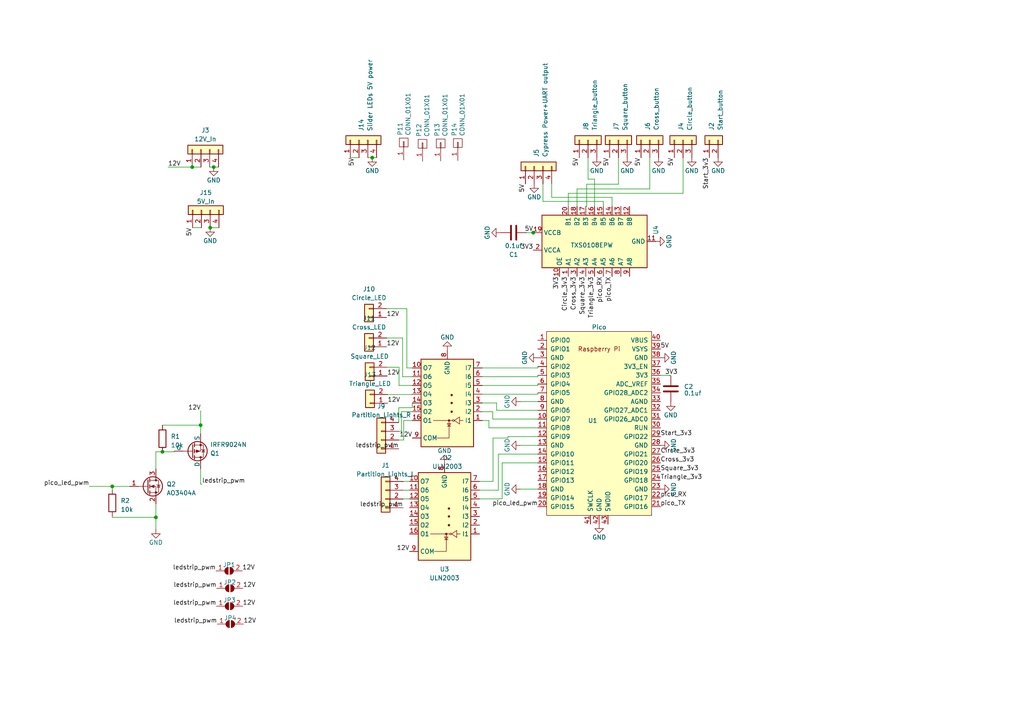
<source format=kicad_sch>
(kicad_sch (version 20230221) (generator eeschema)
  (paper "A4")
  (lib_symbols
    (symbol "4port-usb-hub-rescue:CONN_01X01" (pin_names (offset 1.016) hide)
      (property "Reference" "P" (at 0 2.54 0))
      (property "Value" "CONN_01X01" (at 2.54 0 90))
      (symbol "CONN_01X01_0_1"
        (rectangle (start -1.27 0.127) (end 0.254 -0.127))
        (rectangle (start -1.27 1.27) (end 1.27 -1.27))
      )
      (symbol "CONN_01X01_1_1"
        (pin passive line (at -5.08 0 0) (length 3.81) (name "P1") (number "1"))
      )
    )
    (symbol "4port-usb-hub-rescue:GND" (power) (pin_names (offset 0))
      (property "Value" "GND" (at 0 -3.81 0))
      (symbol "GND_0_1"
        (polyline (pts (xy 0 0) (xy 0 -1.27) (xy 1.27 -1.27) (xy 0 -2.54) (xy -1.27 -1.27) (xy 0 -1.27)))
      )
      (symbol "GND_1_1"
        (pin power_in line (at 0 0 270) (length 0) hide (name "GND") (number "1"))
      )
    )
    (symbol "Connector_Generic:Conn_01x02" (pin_names (offset 1.016) hide)
      (property "Reference" "J" (at 0 2.54 0))
      (property "Value" "Conn_01x02" (at 0 -5.08 0))
      (symbol "Conn_01x02_1_1"
        (rectangle (start -1.27 -2.413) (end 0 -2.667) (stroke (width 0.1524)))
        (rectangle (start -1.27 0.127) (end 0 -0.127) (stroke (width 0.1524)))
        (rectangle (start -1.27 1.27) (end 1.27 -3.81) (stroke (width 0.254)) (fill (type background)))
        (pin passive line (at -5.08 0 0) (length 3.81) (name "Pin_1") (number "1"))
        (pin passive line (at -5.08 -2.54 0) (length 3.81) (name "Pin_2") (number "2"))
      )
    )
    (symbol "Connector_Generic:Conn_01x03" (pin_names (offset 1.016) hide)
      (property "Reference" "J" (at 0 5.08 0))
      (property "Value" "Conn_01x03" (at 0 -5.08 0))
      (symbol "Conn_01x03_1_1"
        (rectangle (start -1.27 -2.413) (end 0 -2.667) (stroke (width 0.1524)))
        (rectangle (start -1.27 0.127) (end 0 -0.127) (stroke (width 0.1524)))
        (rectangle (start -1.27 2.667) (end 0 2.413) (stroke (width 0.1524)))
        (rectangle (start -1.27 3.81) (end 1.27 -3.81) (stroke (width 0.254)) (fill (type background)))
        (pin passive line (at -5.08 2.54 0) (length 3.81) (name "Pin_1") (number "1"))
        (pin passive line (at -5.08 0 0) (length 3.81) (name "Pin_2") (number "2"))
        (pin passive line (at -5.08 -2.54 0) (length 3.81) (name "Pin_3") (number "3"))
      )
    )
    (symbol "Connector_Generic:Conn_01x04" (pin_names (offset 1.016) hide)
      (property "Reference" "J" (at 0 5.08 0))
      (property "Value" "Conn_01x04" (at 0 -7.62 0))
      (symbol "Conn_01x04_1_1"
        (rectangle (start -1.27 -4.953) (end 0 -5.207) (stroke (width 0.1524)))
        (rectangle (start -1.27 -2.413) (end 0 -2.667) (stroke (width 0.1524)))
        (rectangle (start -1.27 0.127) (end 0 -0.127) (stroke (width 0.1524)))
        (rectangle (start -1.27 2.667) (end 0 2.413) (stroke (width 0.1524)))
        (rectangle (start -1.27 3.81) (end 1.27 -6.35) (stroke (width 0.254)) (fill (type background)))
        (pin passive line (at -5.08 2.54 0) (length 3.81) (name "Pin_1") (number "1"))
        (pin passive line (at -5.08 0 0) (length 3.81) (name "Pin_2") (number "2"))
        (pin passive line (at -5.08 -2.54 0) (length 3.81) (name "Pin_3") (number "3"))
        (pin passive line (at -5.08 -5.08 0) (length 3.81) (name "Pin_4") (number "4"))
      )
    )
    (symbol "Device:C" (pin_numbers hide) (pin_names (offset 0.254))
      (property "Reference" "C" (at 0.635 2.54 0))
      (property "Value" "C" (at 0.635 -2.54 0))
      (symbol "C_0_1"
        (polyline (pts (xy -2.032 -0.762) (xy 2.032 -0.762)) (stroke (width 0.508)))
        (polyline (pts (xy -2.032 0.762) (xy 2.032 0.762)) (stroke (width 0.508)))
      )
      (symbol "C_1_1"
        (pin passive line (at 0 3.81 270) (length 2.794) (name "~") (number "1"))
        (pin passive line (at 0 -3.81 90) (length 2.794) (name "~") (number "2"))
      )
    )
    (symbol "Device:R" (pin_numbers hide) (pin_names (offset 0))
      (property "Reference" "R" (at 2.032 0 90))
      (property "Value" "R" (at 0 0 90))
      (symbol "R_0_1"
        (rectangle (start -1.016 -2.54) (end 1.016 2.54) (stroke (width 0.254)))
      )
      (symbol "R_1_1"
        (pin passive line (at 0 3.81 270) (length 1.27) (name "~") (number "1"))
        (pin passive line (at 0 -3.81 90) (length 1.27) (name "~") (number "2"))
      )
    )
    (symbol "Jumper:SolderJumper_2_Open" (pin_names (offset 0) hide)
      (property "Reference" "JP" (at 0 2.032 0))
      (property "Value" "SolderJumper_2_Open" (at 0 -2.54 0))
      (symbol "SolderJumper_2_Open_0_1"
        (arc (start -0.254 1.016) (mid -1.2656 0) (end -0.254 -1.016))
        (arc (start -0.254 1.016) (mid -1.2656 0) (end -0.254 -1.016) (fill (type outline)))
        (polyline (pts (xy -0.254 1.016) (xy -0.254 -1.016)))
        (polyline (pts (xy 0.254 1.016) (xy 0.254 -1.016)))
        (arc (start 0.254 -1.016) (mid 1.2656 0) (end 0.254 1.016))
        (arc (start 0.254 -1.016) (mid 1.2656 0) (end 0.254 1.016) (fill (type outline)))
      )
      (symbol "SolderJumper_2_Open_1_1"
        (pin passive line (at -3.81 0 0) (length 2.54) (name "A") (number "1"))
        (pin passive line (at 3.81 0 180) (length 2.54) (name "B") (number "2"))
      )
    )
    (symbol "Logic_LevelTranslator:TXS0108EPW"
      (property "Reference" "U" (at -6.35 16.51 0))
      (property "Value" "TXS0108EPW" (at 3.81 16.51 0))
      (symbol "TXS0108EPW_0_1"
        (rectangle (start -7.62 15.24) (end 7.62 -15.24) (stroke (width 0.254)) (fill (type background)))
      )
      (symbol "TXS0108EPW_1_1"
        (pin bidirectional line (at -10.16 7.62 0) (length 2.54) (name "A1") (number "1"))
        (pin input line (at -10.16 10.16 0) (length 2.54) (name "OE") (number "10"))
        (pin power_in line (at 0 -17.78 90) (length 2.54) (name "GND") (number "11"))
        (pin bidirectional line (at 10.16 -10.16 180) (length 2.54) (name "B8") (number "12"))
        (pin bidirectional line (at 10.16 -7.62 180) (length 2.54) (name "B7") (number "13"))
        (pin bidirectional line (at 10.16 -5.08 180) (length 2.54) (name "B6") (number "14"))
        (pin bidirectional line (at 10.16 -2.54 180) (length 2.54) (name "B5") (number "15"))
        (pin bidirectional line (at 10.16 0 180) (length 2.54) (name "B4") (number "16"))
        (pin bidirectional line (at 10.16 2.54 180) (length 2.54) (name "B3") (number "17"))
        (pin bidirectional line (at 10.16 5.08 180) (length 2.54) (name "B2") (number "18"))
        (pin power_in line (at 2.54 17.78 270) (length 2.54) (name "VCCB") (number "19"))
        (pin power_in line (at -2.54 17.78 270) (length 2.54) (name "VCCA") (number "2"))
        (pin bidirectional line (at 10.16 7.62 180) (length 2.54) (name "B1") (number "20"))
        (pin bidirectional line (at -10.16 5.08 0) (length 2.54) (name "A2") (number "3"))
        (pin bidirectional line (at -10.16 2.54 0) (length 2.54) (name "A3") (number "4"))
        (pin bidirectional line (at -10.16 0 0) (length 2.54) (name "A4") (number "5"))
        (pin bidirectional line (at -10.16 -2.54 0) (length 2.54) (name "A5") (number "6"))
        (pin bidirectional line (at -10.16 -5.08 0) (length 2.54) (name "A6") (number "7"))
        (pin bidirectional line (at -10.16 -7.62 0) (length 2.54) (name "A7") (number "8"))
        (pin bidirectional line (at -10.16 -10.16 0) (length 2.54) (name "A8") (number "9"))
      )
    )
    (symbol "MCU_RaspberryPi_and_Boards:Pico" (pin_names (offset 1.016))
      (property "Reference" "U" (at -13.97 27.94 0))
      (property "Value" "Pico" (at 0 19.05 0))
      (symbol "Pico_0_0"
        (text "Raspberry Pi" (at 0 21.59 0) (effects (font (size 1.27 1.27))))
      )
      (symbol "Pico_0_1"
        (rectangle (start -15.24 26.67) (end 15.24 -26.67) (fill (type background)))
      )
      (symbol "Pico_1_1"
        (pin bidirectional line (at -17.78 24.13 0) (length 2.54) (name "GPIO0") (number "1"))
        (pin bidirectional line (at -17.78 1.27 0) (length 2.54) (name "GPIO7") (number "10"))
        (pin bidirectional line (at -17.78 -1.27 0) (length 2.54) (name "GPIO8") (number "11"))
        (pin bidirectional line (at -17.78 -3.81 0) (length 2.54) (name "GPIO9") (number "12"))
        (pin power_in line (at -17.78 -6.35 0) (length 2.54) (name "GND") (number "13"))
        (pin bidirectional line (at -17.78 -8.89 0) (length 2.54) (name "GPIO10") (number "14"))
        (pin bidirectional line (at -17.78 -11.43 0) (length 2.54) (name "GPIO11") (number "15"))
        (pin bidirectional line (at -17.78 -13.97 0) (length 2.54) (name "GPIO12") (number "16"))
        (pin bidirectional line (at -17.78 -16.51 0) (length 2.54) (name "GPIO13") (number "17"))
        (pin power_in line (at -17.78 -19.05 0) (length 2.54) (name "GND") (number "18"))
        (pin bidirectional line (at -17.78 -21.59 0) (length 2.54) (name "GPIO14") (number "19"))
        (pin bidirectional line (at -17.78 21.59 0) (length 2.54) (name "GPIO1") (number "2"))
        (pin bidirectional line (at -17.78 -24.13 0) (length 2.54) (name "GPIO15") (number "20"))
        (pin bidirectional line (at 17.78 -24.13 180) (length 2.54) (name "GPIO16") (number "21"))
        (pin bidirectional line (at 17.78 -21.59 180) (length 2.54) (name "GPIO17") (number "22"))
        (pin power_in line (at 17.78 -19.05 180) (length 2.54) (name "GND") (number "23"))
        (pin bidirectional line (at 17.78 -16.51 180) (length 2.54) (name "GPIO18") (number "24"))
        (pin bidirectional line (at 17.78 -13.97 180) (length 2.54) (name "GPIO19") (number "25"))
        (pin bidirectional line (at 17.78 -11.43 180) (length 2.54) (name "GPIO20") (number "26"))
        (pin bidirectional line (at 17.78 -8.89 180) (length 2.54) (name "GPIO21") (number "27"))
        (pin power_in line (at 17.78 -6.35 180) (length 2.54) (name "GND") (number "28"))
        (pin bidirectional line (at 17.78 -3.81 180) (length 2.54) (name "GPIO22") (number "29"))
        (pin power_in line (at -17.78 19.05 0) (length 2.54) (name "GND") (number "3"))
        (pin input line (at 17.78 -1.27 180) (length 2.54) (name "RUN") (number "30"))
        (pin bidirectional line (at 17.78 1.27 180) (length 2.54) (name "GPIO26_ADC0") (number "31"))
        (pin bidirectional line (at 17.78 3.81 180) (length 2.54) (name "GPIO27_ADC1") (number "32"))
        (pin power_in line (at 17.78 6.35 180) (length 2.54) (name "AGND") (number "33"))
        (pin bidirectional line (at 17.78 8.89 180) (length 2.54) (name "GPIO28_ADC2") (number "34"))
        (pin unspecified line (at 17.78 11.43 180) (length 2.54) (name "ADC_VREF") (number "35"))
        (pin unspecified line (at 17.78 13.97 180) (length 2.54) (name "3V3") (number "36"))
        (pin input line (at 17.78 16.51 180) (length 2.54) (name "3V3_EN") (number "37"))
        (pin bidirectional line (at 17.78 19.05 180) (length 2.54) (name "GND") (number "38"))
        (pin unspecified line (at 17.78 21.59 180) (length 2.54) (name "VSYS") (number "39"))
        (pin bidirectional line (at -17.78 16.51 0) (length 2.54) (name "GPIO2") (number "4"))
        (pin unspecified line (at 17.78 24.13 180) (length 2.54) (name "VBUS") (number "40"))
        (pin input line (at -2.54 -29.21 90) (length 2.54) (name "SWCLK") (number "41"))
        (pin power_in line (at 0 -29.21 90) (length 2.54) (name "GND") (number "42"))
        (pin bidirectional line (at 2.54 -29.21 90) (length 2.54) (name "SWDIO") (number "43"))
        (pin bidirectional line (at -17.78 13.97 0) (length 2.54) (name "GPIO3") (number "5"))
        (pin bidirectional line (at -17.78 11.43 0) (length 2.54) (name "GPIO4") (number "6"))
        (pin bidirectional line (at -17.78 8.89 0) (length 2.54) (name "GPIO5") (number "7"))
        (pin power_in line (at -17.78 6.35 0) (length 2.54) (name "GND") (number "8"))
        (pin bidirectional line (at -17.78 3.81 0) (length 2.54) (name "GPIO6") (number "9"))
      )
    )
    (symbol "Simulation_SPICE:PMOS" (pin_numbers hide) (pin_names (offset 0))
      (property "Reference" "Q1" (at 5.3086 0.635 0))
      (property "Value" "IRFR9024N" (at 5.3086 -1.905 0))
      (symbol "PMOS_0_1"
        (polyline (pts (xy 0.254 0) (xy -2.54 0)))
        (polyline (pts (xy 0.254 1.905) (xy 0.254 -1.905)) (stroke (width 0.254)))
        (polyline (pts (xy 0.762 -1.27) (xy 0.762 -2.286)) (stroke (width 0.254)))
        (polyline (pts (xy 0.762 0.508) (xy 0.762 -0.508)) (stroke (width 0.254)))
        (polyline (pts (xy 0.762 2.286) (xy 0.762 1.27)) (stroke (width 0.254)))
        (polyline (pts (xy 2.54 2.54) (xy 2.54 1.778)))
        (polyline (pts (xy 2.54 -2.54) (xy 2.54 0) (xy 0.762 0)))
        (polyline (pts (xy 0.762 1.778) (xy 3.302 1.778) (xy 3.302 -1.778) (xy 0.762 -1.778)))
        (polyline (pts (xy 2.286 0) (xy 1.27 0.381) (xy 1.27 -0.381) (xy 2.286 0)) (fill (type outline)))
        (polyline (pts (xy 2.794 -0.508) (xy 2.921 -0.381) (xy 3.683 -0.381) (xy 3.81 -0.254)))
        (polyline (pts (xy 3.302 -0.381) (xy 2.921 0.254) (xy 3.683 0.254) (xy 3.302 -0.381)))
        (circle (center 1.651 0) (radius 2.794) (stroke (width 0.254)))
        (circle (center 2.54 -1.778) (radius 0.254) (fill (type outline)))
        (circle (center 2.54 1.778) (radius 0.254) (fill (type outline)))
      )
      (symbol "PMOS_1_1"
        (pin input line (at -5.08 0 0) (length 2.54) (name "G") (number "1"))
        (pin passive line (at 2.54 5.08 270) (length 2.54) (name "D") (number "2"))
        (pin passive line (at 2.54 -5.08 90) (length 2.54) (name "S") (number "3"))
      )
    )
    (symbol "Transistor_Array:ULN2003"
      (property "Reference" "U" (at 0 15.875 0))
      (property "Value" "ULN2003" (at 0 13.97 0))
      (symbol "ULN2003_0_1"
        (rectangle (start -7.62 -12.7) (end 7.62 12.7) (stroke (width 0.254)) (fill (type background)))
        (circle (center -1.778 5.08) (radius 0.254))
        (circle (center -1.27 -2.286) (radius 0.254) (fill (type outline)))
        (circle (center -1.27 0) (radius 0.254) (fill (type outline)))
        (circle (center -1.27 2.54) (radius 0.254) (fill (type outline)))
        (circle (center -0.508 5.08) (radius 0.254) (fill (type outline)))
        (polyline (pts (xy -4.572 5.08) (xy -3.556 5.08)))
        (polyline (pts (xy -1.524 5.08) (xy 4.064 5.08)))
        (polyline (pts (xy 0 6.731) (xy -1.016 6.731)))
        (polyline (pts (xy -0.508 5.08) (xy -0.508 10.16) (xy 2.921 10.16)))
        (polyline (pts (xy -3.556 6.096) (xy -3.556 4.064) (xy -2.032 5.08) (xy -3.556 6.096)))
        (polyline (pts (xy 0 5.969) (xy -1.016 5.969) (xy -0.508 6.731) (xy 0 5.969)))
      )
      (symbol "ULN2003_1_1"
        (pin input line (at -10.16 5.08 0) (length 2.54) (name "I1") (number "1"))
        (pin open_collector line (at 10.16 -10.16 180) (length 2.54) (name "O7") (number "10"))
        (pin open_collector line (at 10.16 -7.62 180) (length 2.54) (name "O6") (number "11"))
        (pin open_collector line (at 10.16 -5.08 180) (length 2.54) (name "O5") (number "12"))
        (pin open_collector line (at 10.16 -2.54 180) (length 2.54) (name "O4") (number "13"))
        (pin open_collector line (at 10.16 0 180) (length 2.54) (name "O3") (number "14"))
        (pin open_collector line (at 10.16 2.54 180) (length 2.54) (name "O2") (number "15"))
        (pin open_collector line (at 10.16 5.08 180) (length 2.54) (name "O1") (number "16"))
        (pin input line (at -10.16 2.54 0) (length 2.54) (name "I2") (number "2"))
        (pin input line (at -10.16 0 0) (length 2.54) (name "I3") (number "3"))
        (pin input line (at -10.16 -2.54 0) (length 2.54) (name "I4") (number "4"))
        (pin input line (at -10.16 -5.08 0) (length 2.54) (name "I5") (number "5"))
        (pin input line (at -10.16 -7.62 0) (length 2.54) (name "I6") (number "6"))
        (pin input line (at -10.16 -10.16 0) (length 2.54) (name "I7") (number "7"))
        (pin power_in line (at 0 -15.24 90) (length 2.54) (name "GND") (number "8"))
        (pin passive line (at 10.16 10.16 180) (length 2.54) (name "COM") (number "9"))
      )
    )
    (symbol "Transistor_FET:AO3400A" (pin_names hide)
      (property "Reference" "Q" (at 5.08 1.905 0))
      (property "Value" "AO3400A" (at 5.08 0 0))
      (symbol "AO3400A_0_1"
        (polyline (pts (xy 0.254 0) (xy -2.54 0)))
        (polyline (pts (xy 0.254 1.905) (xy 0.254 -1.905)) (stroke (width 0.254)))
        (polyline (pts (xy 0.762 -1.27) (xy 0.762 -2.286)) (stroke (width 0.254)))
        (polyline (pts (xy 0.762 0.508) (xy 0.762 -0.508)) (stroke (width 0.254)))
        (polyline (pts (xy 0.762 2.286) (xy 0.762 1.27)) (stroke (width 0.254)))
        (polyline (pts (xy 2.54 2.54) (xy 2.54 1.778)))
        (polyline (pts (xy 2.54 -2.54) (xy 2.54 0) (xy 0.762 0)))
        (polyline (pts (xy 0.762 -1.778) (xy 3.302 -1.778) (xy 3.302 1.778) (xy 0.762 1.778)))
        (polyline (pts (xy 1.016 0) (xy 2.032 0.381) (xy 2.032 -0.381) (xy 1.016 0)) (fill (type outline)))
        (polyline (pts (xy 2.794 0.508) (xy 2.921 0.381) (xy 3.683 0.381) (xy 3.81 0.254)))
        (polyline (pts (xy 3.302 0.381) (xy 2.921 -0.254) (xy 3.683 -0.254) (xy 3.302 0.381)))
        (circle (center 1.651 0) (radius 2.794) (stroke (width 0.254)))
        (circle (center 2.54 -1.778) (radius 0.254) (fill (type outline)))
        (circle (center 2.54 1.778) (radius 0.254) (fill (type outline)))
      )
      (symbol "AO3400A_1_1"
        (pin input line (at -5.08 0 0) (length 2.54) (name "G") (number "1"))
        (pin passive line (at 2.54 -5.08 90) (length 2.54) (name "S") (number "2"))
        (pin passive line (at 2.54 5.08 270) (length 2.54) (name "D") (number "3"))
      )
    )
  )
  (junction (at 154.6606 67.4878))
  (junction (at 58.1914 123.3104))
  (junction (at 55.753 48.4632))
  (junction (at 47.117 131.0386))
  (junction (at 61.9858 48.4632))
  (junction (at 32.5628 141.0716))
  (junction (at 45.212 150.0475))
  (junction (at 60.96 66.04))
  (junction (at 107.9595 45.72))
  (wire (pts (xy 167.3606 54.7965) (xy 188.468 54.7965)))
  (wire (pts (xy 58.1914 123.3104) (xy 47.117 123.3104)))
  (wire (pts (xy 143.7574 142.1638) (xy 139.0904 142.1638)))
  (wire (pts (xy 143.7574 142.1892) (xy 144.5287 142.1892)))
  (wire (pts (xy 154.6606 67.4878) (xy 154.6606 67.3608)))
  (wire (pts (xy 142.9954 127.0526) (xy 147.32 127.0526)))
  (wire (pts (xy 47.117 123.3104) (xy 47.117 123.4186)))
  (wire (pts (xy 47.117 131.0386) (xy 50.5714 131.0386)))
  (wire (pts (xy 25.908 141.0716) (xy 32.5628 141.0716)))
  (wire (pts (xy 58.1914 140.4254) (xy 58.5717 140.4254)))
  (wire (pts (xy 58.1914 123.3104) (xy 58.1914 119.2276)))
  (wire (pts (xy 139.8975 111.7997) (xy 156.0059 111.7997)))
  (wire (pts (xy 139.8975 114.3397) (xy 156.0059 114.3397)))
  (wire (pts (xy 142.9954 139.6238) (xy 142.9954 127.0526)))
  (wire (pts (xy 118.7704 139.6238) (xy 116.9162 139.6238)))
  (wire (pts (xy 115.7382 111.7997) (xy 119.5775 111.7997)))
  (wire (pts (xy 58.1914 135.9408) (xy 58.1914 140.4254)))
  (wire (pts (xy 194.31 108.966) (xy 194.31 108.8501)))
  (wire (pts (xy 101.6 45.72) (xy 104.14 45.72)))
  (wire (pts (xy 144.5287 142.1892) (xy 144.5287 131.7101)))
  (wire (pts (xy 116.9162 144.7038) (xy 116.9162 144.7292)))
  (wire (pts (xy 167.3606 59.8678) (xy 167.3606 54.7965)))
  (wire (pts (xy 139.0904 139.6238) (xy 142.9954 139.6238)))
  (wire (pts (xy 106.68 45.72) (xy 107.9595 45.72)))
  (wire (pts (xy 160.02 57.2445) (xy 177.5206 57.2445)))
  (wire (pts (xy 115.6659 127.6239) (xy 117.0917 127.6239)))
  (wire (pts (xy 156.0059 109.2597) (xy 156.0059 108.8501)))
  (wire (pts (xy 157.48 58.42) (xy 174.9806 58.42)))
  (wire (pts (xy 170.1675 59.8678) (xy 170.1675 53.4255)))
  (wire (pts (xy 156.0059 114.3397) (xy 156.0059 113.9301)))
  (wire (pts (xy 32.5628 141.0716) (xy 37.592 141.0716)))
  (wire (pts (xy 139.8975 106.7197) (xy 156.0059 106.7197)))
  (wire (pts (xy 139.8975 116.8797) (xy 144.0356 116.8797)))
  (wire (pts (xy 112.2877 106.5165) (xy 115.7382 106.5165)))
  (wire (pts (xy 141.8027 124.0901) (xy 156.0059 124.0901)))
  (wire (pts (xy 169.9006 59.8678) (xy 170.1675 59.8678)))
  (wire (pts (xy 144.7734 144.653) (xy 145.6452 144.653)))
  (wire (pts (xy 45.212 131.0386) (xy 45.212 135.9916)))
  (wire (pts (xy 145.6452 134.2501) (xy 156.0059 134.2501)))
  (wire (pts (xy 152.781 67.4878) (xy 154.6606 67.4878)))
  (wire (pts (xy 139.8975 109.2597) (xy 156.0059 109.2597)))
  (wire (pts (xy 119.5775 114.4159) (xy 119.5775 114.3397)))
  (wire (pts (xy 172.4406 59.8678) (xy 172.4406 51.9565)))
  (wire (pts (xy 112.1099 89.5239) (xy 118.0027 89.5239)))
  (wire (pts (xy 48.741 48.4632) (xy 55.753 48.4632)))
  (wire (pts (xy 118.7704 142.1892) (xy 118.7704 142.1638)))
  (wire (pts (xy 143.7574 142.1892) (xy 143.7574 142.1638)))
  (wire (pts (xy 164.8206 59.8678) (xy 164.8206 56.0696)))
  (wire (pts (xy 144.5287 131.7101) (xy 156.0059 131.7101)))
  (wire (pts (xy 194.31 108.966) (xy 194.564 108.966)))
  (wire (pts (xy 139.8975 119.4197) (xy 142.9191 119.4197)))
  (wire (pts (xy 156.0059 111.7997) (xy 156.0059 111.3901)))
  (wire (pts (xy 112.1099 98.0329) (xy 116.7769 98.0329)))
  (wire (pts (xy 116.7769 98.0329) (xy 116.7769 109.2597)))
  (wire (pts (xy 179.3748 53.4255) (xy 179.3748 45.72)))
  (wire (pts (xy 170.1675 53.4255) (xy 179.3748 53.4255)))
  (wire (pts (xy 141.8027 121.9597) (xy 141.8027 124.0901)))
  (wire (pts (xy 139.8975 121.9597) (xy 141.8027 121.9597)))
  (wire (pts (xy 144.0356 119.0101) (xy 156.0059 119.0101)))
  (wire (pts (xy 32.5628 142.0622) (xy 32.5628 141.0716)))
  (wire (pts (xy 116.9162 139.6238) (xy 116.9162 139.6492)))
  (wire (pts (xy 117.0917 127.6239) (xy 117.0917 121.9597)))
  (wire (pts (xy 144.7734 144.653) (xy 144.7734 144.7038)))
  (wire (pts (xy 144.7734 144.7038) (xy 139.0904 144.7038)))
  (wire (pts (xy 142.9191 119.4197) (xy 142.9191 121.5501)))
  (wire (pts (xy 50.5714 131.0386) (xy 50.5714 130.8608)))
  (wire (pts (xy 177.5206 59.8678) (xy 177.5206 57.2445)))
  (wire (pts (xy 112.3893 114.4159) (xy 119.5775 114.4159)))
  (wire (pts (xy 167.9955 45.72) (xy 168.021 45.72)))
  (wire (pts (xy 156.0059 141.8701) (xy 150.9259 141.8701)))
  (wire (pts (xy 55.753 48.4632) (xy 58.293 48.4632)))
  (wire (pts (xy 147.32 126.6301) (xy 147.32 127.0526)))
  (wire (pts (xy 116.4307 125.0839) (xy 116.4307 119.4197)))
  (wire (pts (xy 45.212 150.0475) (xy 32.5628 150.0475)))
  (wire (pts (xy 194.31 108.8501) (xy 191.5659 108.8501)))
  (wire (pts (xy 186.0011 45.72) (xy 185.928 45.72)))
  (wire (pts (xy 115.6659 125.0839) (xy 116.4307 125.0839)))
  (wire (pts (xy 55.88 66.04) (xy 58.42 66.04)))
  (wire (pts (xy 117.0917 121.9597) (xy 119.5775 121.9597)))
  (wire (pts (xy 118.0027 89.5239) (xy 118.0027 106.7197)))
  (wire (pts (xy 164.8206 56.0696) (xy 198.12 56.0696)))
  (wire (pts (xy 45.212 131.0386) (xy 47.117 131.0386)))
  (wire (pts (xy 172.4406 51.9565) (xy 170.561 51.9565)))
  (wire (pts (xy 32.5628 150.0475) (xy 32.5628 149.6822)))
  (wire (pts (xy 116.7769 109.2597) (xy 119.5775 109.2597)))
  (wire (pts (xy 116.4307 119.4197) (xy 119.5775 119.4197)))
  (wire (pts (xy 107.9595 45.72) (xy 109.22 45.72)))
  (wire (pts (xy 58.1914 125.7808) (xy 58.1914 123.3104)))
  (wire (pts (xy 115.7382 106.5165) (xy 115.7382 111.7997)))
  (wire (pts (xy 60.833 48.4632) (xy 61.9858 48.4632)))
  (wire (pts (xy 188.468 54.7965) (xy 188.468 45.72)))
  (wire (pts (xy 156.0059 129.1701) (xy 150.9259 129.1701)))
  (wire (pts (xy 156.0059 116.4701) (xy 150.9259 116.4701)))
  (wire (pts (xy 145.6452 144.653) (xy 145.6452 134.2501)))
  (wire (pts (xy 116.9162 142.1892) (xy 118.7704 142.1892)))
  (wire (pts (xy 170.561 51.9565) (xy 170.561 45.72)))
  (wire (pts (xy 112.2877 109.0683) (xy 112.2877 109.0565)))
  (wire (pts (xy 142.9191 121.5501) (xy 156.0059 121.5501)))
  (wire (pts (xy 60.96 66.04) (xy 63.5 66.04)))
  (wire (pts (xy 118.7704 144.7038) (xy 116.9162 144.7038)))
  (wire (pts (xy 156.0059 126.6301) (xy 147.32 126.6301)))
  (wire (pts (xy 118.0027 106.7197) (xy 119.5775 106.7197)))
  (wire (pts (xy 115.6659 118.2624) (xy 115.6659 122.5439)))
  (wire (pts (xy 198.12 56.0696) (xy 198.12 45.72)))
  (wire (pts (xy 156.0059 106.7197) (xy 156.0059 106.3101)))
  (wire (pts (xy 144.0356 116.8797) (xy 144.0356 119.0101)))
  (wire (pts (xy 45.212 146.1516) (xy 45.212 150.0475)))
  (wire (pts (xy 61.9858 48.4632) (xy 63.373 48.4632)))
  (wire (pts (xy 160.02 57.2445) (xy 160.02 53.34)))
  (wire (pts (xy 174.9806 59.8678) (xy 174.9806 58.42)))
  (wire (pts (xy 45.212 153.5455) (xy 45.2077 153.5455)))
  (wire (pts (xy 58.1914 119.2276) (xy 58.2676 119.2276)))
  (wire (pts (xy 45.212 150.0475) (xy 45.212 153.5455)))
  (wire (pts (xy 157.48 53.34) (xy 157.48 58.42)))
  (wire (pts (xy 115.6659 118.2624) (xy 119.5775 118.2624)))
  (wire (pts (xy 119.5775 118.2624) (xy 119.5775 116.8797)))
  (label "Triangle_3v3" (at 191.5659 139.3301 0))
  (label "Start_3v3" (at 205.74 45.72 270))
  (label "12V" (at 70.2564 165.5826 0))
  (label "12V" (at 48.741 48.4632 0))
  (label "pico_led_pwm" (at 156.0059 146.9501 180))
  (label "5V" (at 176.8348 45.72 270))
  (label "pico_led_pwm" (at 25.908 141.0716 180))
  (label "12V" (at 70.612 181.0004 0))
  (label "12V" (at 112.2877 109.0683 0))
  (label "5V" (at 186.0011 45.72 270))
  (label "3V3" (at 154.6606 72.5678 180))
  (label "ledstrip_pwm" (at 62.6364 165.5826 180))
  (label "5V" (at 154.6606 67.3608 180))
  (label "5V" (at 152.4 53.34 270))
  (label "Circle_3v3" (at 164.8206 80.1878 270))
  (label "Triangle_3v3" (at 172.4406 80.1878 270))
  (label "5V" (at 102.9937 45.72 270))
  (label "Square_3v3" (at 169.9006 80.1878 270))
  (label "Cross_3v3" (at 191.5659 134.2501 0))
  (label "ledstrip_pwm" (at 62.992 181.0004 180))
  (label "12V" (at 119.5775 127.0397 180))
  (label "pico_TX" (at 177.5206 80.1878 270))
  (label "12V" (at 58.2676 119.2276 180))
  (label "3V3" (at 162.2806 80.1878 270))
  (label "5V" (at 191.5659 101.2301 0))
  (label "12V" (at 112.1099 100.5729 0))
  (label "12V" (at 70.4596 170.6372 0))
  (label "ledstrip_pwm" (at 116.9162 147.2692 180))
  (label "pico_TX" (at 191.5659 146.9501 0))
  (label "pico_RX" (at 174.9806 80.1878 270))
  (label "12V" (at 112.1099 92.0639 0))
  (label "Circle_3v3" (at 191.5659 131.7101 0))
  (label "5V" (at 55.88 66.04 270))
  (label "ledstrip_pwm" (at 115.6659 130.1639 180))
  (label "12V" (at 112.3893 116.9559 0))
  (label "ledstrip_pwm" (at 62.8396 170.6372 180))
  (label "Square_3v3" (at 191.5659 136.7901 0))
  (label "12V" (at 70.3834 175.8188 0))
  (label "5V" (at 195.58 45.72 270))
  (label "Cross_3v3" (at 167.3606 80.1878 270))
  (label "12V" (at 118.7704 159.9438 180))
  (label "ledstrip_pwm" (at 62.7634 175.8188 180))
  (label "3V3" (at 192.8578 108.8501 0))
  (label "ledstrip_pwm" (at 58.5717 140.4254 0))
  (label "pico_RX" (at 191.5659 144.4101 0))
  (label "5V" (at 167.9955 45.72 270))
  (label "Start_3v3" (at 191.5659 126.6301 0))
  (symbol (lib_id "Jumper:SolderJumper_2_Open") (at 66.4464 165.5826 0) (unit 1)
    (property "Reference" "JP1" (at 66.4464 163.83 0))
    (property "Value" "SolderJumper_2_Open" (effects hide))
    (property "Footprint" "Jumper:SolderJumper-2_P1.3mm_Open_RoundedPad1.0x1.5mm" (effects hide))
  )
  (symbol (lib_id "4port-usb-hub-rescue:GND") (at 181.9148 45.72 0) (unit 1)
    (property "Reference" "#PWR0106" (effects hide))
    (property "Value" "GND" (at 181.9148 49.53 0))
  )
  (symbol (lib_id "4port-usb-hub-rescue:GND") (at 107.9595 45.72 0) (unit 1)
    (property "Reference" "#PWR0116" (effects hide))
    (property "Value" "GND" (at 107.9595 49.53 0))
  )
  (symbol (lib_id "4port-usb-hub-rescue:GND") (at 150.9259 129.1701 270) (unit 1)
    (property "Reference" "#PWR0119" (effects hide))
    (property "Value" "GND" (at 147.1159 129.1701 0))
  )
  (symbol (lib_id "4port-usb-hub-rescue:GND") (at 191.008 45.72 0) (unit 1)
    (property "Reference" "#PWR0105" (effects hide))
    (property "Value" "GND" (at 191.008 49.53 0))
  )
  (symbol (lib_id "Connector_Generic:Conn_01x04") (at 58.293 43.3832 90) (unit 1)
    (property "Reference" "J3" (at 59.563 37.7952 90))
    (property "Value" "12V_In" (at 59.563 40.3352 90))
    (property "Footprint" "Connector_JST:JST_XH_B4B-XH-A_1x04_P2.50mm_Vertical" (effects hide))
  )
  (symbol (lib_id "Connector_Generic:Conn_01x02") (at 107.0299 92.0639 180) (unit 1)
    (property "Reference" "J10" (at 107.0299 83.8343 0))
    (property "Value" "Circle_LED" (at 107.0299 86.3743 0))
    (property "Footprint" "Connector_JST:JST_XH_B2B-XH-A_1x02_P2.50mm_Vertical" (effects hide))
  )
  (symbol (lib_id "4port-usb-hub-rescue:GND") (at 128.9304 134.5438 180) (unit 1)
    (property "Reference" "#PWR0122" (effects hide))
    (property "Value" "GND" (at 128.9304 130.7338 0))
  )
  (symbol (lib_id "Jumper:SolderJumper_2_Open") (at 66.802 181.0004 0) (unit 1)
    (property "Reference" "JP4" (at 66.802 179.2478 0))
    (property "Value" "SolderJumper_2_Open" (effects hide))
    (property "Footprint" "Jumper:SolderJumper-2_P1.3mm_Open_RoundedPad1.0x1.5mm" (effects hide))
  )
  (symbol (lib_id "4port-usb-hub-rescue:GND") (at 60.96 66.04 0) (unit 1)
    (property "Reference" "#PWR01" (effects hide))
    (property "Value" "GND" (at 60.96 69.85 0))
  )
  (symbol (lib_id "4port-usb-hub-rescue:GND") (at 208.28 45.72 0) (unit 1)
    (property "Reference" "#PWR0111" (effects hide))
    (property "Value" "GND" (at 208.28 49.53 0))
  )
  (symbol (lib_id "Device:R") (at 32.5628 145.8722 0) (unit 1)
    (property "Reference" "R2" (at 34.9758 145.2372 0) (effects (justify left)))
    (property "Value" "10k" (at 34.9758 147.7772 0) (effects (justify left)))
    (property "Footprint" "Resistor_SMD:R_1206_3216Metric" (effects hide))
  )
  (symbol (lib_id "4port-usb-hub-rescue:GND") (at 194.564 116.586 0) (unit 1)
    (property "Reference" "#PWR0123" (effects hide))
    (property "Value" "GND" (at 194.564 120.396 0))
  )
  (symbol (lib_id "Connector_Generic:Conn_01x03") (at 179.3748 40.64 90) (unit 1)
    (property "Reference" "J7" (at 178.7398 37.8968 0) (effects (justify left)))
    (property "Value" "Square_button" (at 181.2798 37.8968 0) (effects (justify left)))
    (property "Footprint" "Connector_JST:JST_XH_B3B-XH-A_1x03_P2.50mm_Vertical" (effects hide))
  )
  (symbol (lib_id "4port-usb-hub-rescue:CONN_01X01") (at 132.7912 41.5036 90) (unit 1)
    (property "Reference" "P14" (at 131.7498 39.5224 0) (effects (justify left)))
    (property "Value" "CONN_01X01" (at 134.0612 39.5224 0) (effects (justify left)))
    (property "Footprint" "MountingHole:MountingHole_3.2mm_M3_Pad" (effects hide))
  )
  (symbol (lib_id "Connector_Generic:Conn_01x03") (at 198.12 40.64 90) (unit 1)
    (property "Reference" "J4" (at 197.485 37.8968 0) (effects (justify left)))
    (property "Value" "Circle_button" (at 200.025 37.8968 0) (effects (justify left)))
    (property "Footprint" "Connector_JST:JST_XH_B3B-XH-A_1x03_P2.50mm_Vertical" (effects hide))
  )
  (symbol (lib_id "4port-usb-hub-rescue:GND") (at 45.2077 153.5455 0) (unit 1)
    (property "Reference" "#PWR02" (effects hide))
    (property "Value" "GND" (at 45.2077 157.3555 0))
  )
  (symbol (lib_id "Jumper:SolderJumper_2_Open") (at 66.5734 175.8188 0) (unit 1)
    (property "Reference" "JP3" (at 66.5734 174.0662 0))
    (property "Value" "SolderJumper_2_Open" (effects hide))
    (property "Footprint" "Jumper:SolderJumper-2_P1.3mm_Open_RoundedPad1.0x1.5mm" (effects hide))
  )
  (symbol (lib_id "4port-usb-hub-rescue:GND") (at 173.101 45.72 0) (unit 1)
    (property "Reference" "#PWR0107" (effects hide))
    (property "Value" "GND" (at 173.101 49.53 0))
  )
  (symbol (lib_id "4port-usb-hub-rescue:CONN_01X01") (at 122.555 41.7068 90) (unit 1)
    (property "Reference" "P12" (at 121.5136 39.7256 0) (effects (justify left)))
    (property "Value" "CONN_01X01" (at 123.825 39.7256 0) (effects (justify left)))
    (property "Footprint" "MountingHole:MountingHole_3.2mm_M3_Pad" (effects hide))
  )
  (symbol (lib_id "Connector_Generic:Conn_01x03") (at 188.468 40.64 90) (unit 1)
    (property "Reference" "J6" (at 187.833 37.8206 0) (effects (justify left)))
    (property "Value" "Cross_button" (at 190.373 37.8206 0) (effects (justify left)))
    (property "Footprint" "Connector_JST:JST_XH_B3B-XH-A_1x03_P2.50mm_Vertical" (effects hide))
  )
  (symbol (lib_id "4port-usb-hub-rescue:GND") (at 150.9259 141.8701 270) (unit 1)
    (property "Reference" "#PWR0118" (effects hide))
    (property "Value" "GND" (at 147.1159 141.8701 0))
  )
  (symbol (lib_id "Connector_Generic:Conn_01x04") (at 110.5859 127.6239 180) (unit 1)
    (property "Reference" "J9" (at 110.5859 117.8195 0))
    (property "Value" "Partition_Lights_R" (at 110.5859 120.3595 0))
    (property "Footprint" "Connector_JST:JST_XH_B4B-XH-A_1x04_P2.50mm_Vertical" (effects hide))
  )
  (symbol (lib_id "Connector_Generic:Conn_01x04") (at 154.94 48.26 90) (unit 1)
    (property "Reference" "J5" (at 155.575 45.593 0) (effects (justify left)))
    (property "Value" "Cypress Power+UART output" (at 158.115 45.593 0) (effects (justify left)))
    (property "Footprint" "Connector_JST:JST_XH_B4B-XH-A_1x04_P2.50mm_Vertical" (effects hide))
  )
  (symbol (lib_id "4port-usb-hub-rescue:GND") (at 150.9259 116.4701 270) (unit 1)
    (property "Reference" "#PWR0115" (effects hide))
    (property "Value" "GND" (at 147.1159 116.4701 0))
  )
  (symbol (lib_id "4port-usb-hub-rescue:GND") (at 200.66 45.72 0) (unit 1)
    (property "Reference" "#PWR0104" (effects hide))
    (property "Value" "GND" (at 200.66 49.53 0))
  )
  (symbol (lib_id "4port-usb-hub-rescue:GND") (at 191.5659 103.7701 90) (unit 1)
    (property "Reference" "#PWR0101" (effects hide))
    (property "Value" "GND" (at 195.3759 103.7701 0))
  )
  (symbol (lib_id "Connector_Generic:Conn_01x02") (at 107.3093 116.9559 180) (unit 1)
    (property "Reference" "J13" (at 107.3093 108.7263 0))
    (property "Value" "Triangle_LED" (at 107.3093 111.2663 0))
    (property "Footprint" "Connector_JST:JST_XH_B2B-XH-A_1x02_P2.50mm_Vertical" (effects hide))
  )
  (symbol (lib_id "Connector_Generic:Conn_01x04") (at 104.14 40.64 90) (unit 1)
    (property "Reference" "J14" (at 104.775 38.0746 0) (effects (justify left)))
    (property "Value" "Slider LEDs 5V power" (at 107.315 38.0746 0) (effects (justify left)))
    (property "Footprint" "Connector_JST:JST_XH_B4B-XH-A_1x04_P2.50mm_Vertical" (effects hide))
  )
  (symbol (lib_id "Connector_Generic:Conn_01x04") (at 58.42 60.96 90) (unit 1)
    (property "Reference" "J15" (at 59.69 55.88 90))
    (property "Value" "5V_In" (at 59.69 58.42 90))
    (property "Footprint" "Connector_JST:JST_XH_B4B-XH-A_1x04_P2.50mm_Vertical" (effects hide))
  )
  (symbol (lib_id "Device:C") (at 148.971 67.4878 90) (unit 1)
    (property "Reference" "C1" (at 148.971 73.8378 90))
    (property "Value" "0.1uf" (at 148.971 71.2978 90))
    (property "Footprint" "Capacitor_SMD:C_0805_2012Metric" (effects hide))
  )
  (symbol (lib_id "Transistor_Array:ULN2003") (at 129.7375 116.8797 180) (unit 1)
    (property "Reference" "U2" (at 129.7375 132.7547 0))
    (property "Value" "ULN2003" (at 129.7375 135.2947 0))
    (property "Footprint" "Package_DIP:DIP-16_W7.62mm" (effects hide))
    (property "Datasheet" "http://www.ti.com/lit/ds/symlink/uln2003a.pdf" (effects hide))
  )
  (symbol (lib_id "Simulation_SPICE:PMOS") (at 55.6514 130.8608 0) (mirror x) (unit 1)
    (property "Reference" "Q1" (at 60.96 131.4958 0) (effects (justify left)))
    (property "Value" "IRFR9024N" (at 60.96 128.9558 0) (effects (justify left)))
    (property "Footprint" "Package_TO_SOT_SMD:TO-252-2" (effects hide))
    (property "Datasheet" "https://ngspice.sourceforge.io/docs/ngspice-manual.pdf" (effects hide))
    (property "Sim.Device" "PMOS" (effects hide))
    (property "Sim.Type" "VDMOS" (effects hide))
    (property "Sim.Pins" "1=G 2=D 3=S" (effects hide))
  )
  (symbol (lib_id "Transistor_Array:ULN2003") (at 128.9304 149.7838 180) (unit 1)
    (property "Reference" "U3" (at 128.9304 165.1 0))
    (property "Value" "ULN2003" (at 128.9304 167.64 0))
    (property "Footprint" "Package_DIP:DIP-16_W7.62mm" (effects hide))
    (property "Datasheet" "http://www.ti.com/lit/ds/symlink/uln2003a.pdf" (effects hide))
  )
  (symbol (lib_id "4port-usb-hub-rescue:GND") (at 154.94 53.34 0) (unit 1)
    (property "Reference" "#PWR0103" (effects hide))
    (property "Value" "GND" (at 154.94 57.15 0))
  )
  (symbol (lib_id "Logic_LevelTranslator:TXS0108EPW") (at 172.4406 70.0278 90) (unit 1)
    (property "Reference" "U4" (at 190.2206 68.0719 0) (effects (justify left)))
    (property "Value" "TXS0108EPW" (at 177.8 71.12 90) (effects (justify left)))
    (property "Footprint" "Package_SO:TSSOP-20_4.4x6.5mm_P0.65mm" (effects hide))
    (property "Datasheet" "www.ti.com/lit/ds/symlink/txs0108e.pdf" (effects hide))
  )
  (symbol (lib_id "Device:C") (at 194.564 112.776 0) (unit 1)
    (property "Reference" "C2" (at 198.374 112.141 0) (effects (justify left)))
    (property "Value" "0.1uf" (at 198.374 114.046 0) (effects (justify left)))
    (property "Footprint" "Capacitor_SMD:C_0805_2012Metric" (effects hide))
  )
  (symbol (lib_id "4port-usb-hub-rescue:GND") (at 191.5659 129.1701 90) (unit 1)
    (property "Reference" "#PWR0110" (effects hide))
    (property "Value" "GND" (at 195.3759 129.1701 0))
  )
  (symbol (lib_id "Connector_Generic:Conn_01x04") (at 111.8362 144.7292 180) (unit 1)
    (property "Reference" "J1" (at 111.8362 134.9756 0))
    (property "Value" "Partition_Lights_L" (at 111.8362 137.5156 0))
    (property "Footprint" "Connector_JST:JST_XH_B4B-XH-A_1x04_P2.50mm_Vertical" (effects hide))
  )
  (symbol (lib_id "Connector_Generic:Conn_01x02") (at 107.0299 100.5729 180) (unit 1)
    (property "Reference" "J11" (at 107.0299 92.3433 0))
    (property "Value" "Cross_LED" (at 107.0299 94.8833 0))
    (property "Footprint" "Connector_JST:JST_XH_B2B-XH-A_1x02_P2.50mm_Vertical" (effects hide))
  )
  (symbol (lib_id "Device:R") (at 47.117 127.2286 0) (unit 1)
    (property "Reference" "R1" (at 49.53 126.5936 0) (effects (justify left)))
    (property "Value" "10k" (at 49.53 129.1336 0) (effects (justify left)))
    (property "Footprint" "Resistor_SMD:R_1206_3216Metric" (effects hide))
  )
  (symbol (lib_id "4port-usb-hub-rescue:GND") (at 129.7375 101.6397 180) (unit 1)
    (property "Reference" "#PWR0120" (effects hide))
    (property "Value" "GND" (at 129.7375 97.8297 0))
  )
  (symbol (lib_id "Transistor_FET:AO3400A") (at 42.672 141.0716 0) (unit 1)
    (property "Reference" "Q2" (at 48.2854 140.4366 0) (effects (justify left)))
    (property "Value" "AO3404A" (at 48.2854 142.9766 0) (effects (justify left)))
    (property "Footprint" "Package_TO_SOT_SMD:SOT-23" (effects hide))
    (property "Datasheet" "http://www.aosmd.com/pdfs/datasheet/AO3400A.pdf" (effects hide))
  )
  (symbol (lib_id "4port-usb-hub-rescue:CONN_01X01") (at 117.094 41.3258 90) (unit 1)
    (property "Reference" "P11" (at 116.0526 39.3446 0) (effects (justify left)))
    (property "Value" "CONN_01X01" (at 118.364 39.3446 0) (effects (justify left)))
    (property "Footprint" "MountingHole:MountingHole_3.2mm_M3_Pad" (effects hide))
  )
  (symbol (lib_id "Jumper:SolderJumper_2_Open") (at 66.6496 170.6372 0) (unit 1)
    (property "Reference" "JP2" (at 66.6496 168.8846 0))
    (property "Value" "SolderJumper_2_Open" (effects hide))
    (property "Footprint" "Jumper:SolderJumper-2_P1.3mm_Open_RoundedPad1.0x1.5mm" (effects hide))
  )
  (symbol (lib_id "MCU_RaspberryPi_and_Boards:Pico") (at 173.7859 122.8201 0) (unit 1)
    (property "Reference" "U1" (at 171.9072 121.9962 0))
    (property "Value" "Pico" (at 173.7859 94.8801 0))
    (property "Footprint" "MCU_RaspberryPi_and_Boards:RPi_Pico_SMD_TH" (effects hide))
  )
  (symbol (lib_id "Connector_Generic:Conn_01x02") (at 107.2077 109.0565 180) (unit 1)
    (property "Reference" "J12" (at 107.2077 100.8269 0))
    (property "Value" "Square_LED" (at 107.2077 103.3669 0))
    (property "Footprint" "Connector_JST:JST_XH_B2B-XH-A_1x02_P2.50mm_Vertical" (effects hide))
  )
  (symbol (lib_id "4port-usb-hub-rescue:GND") (at 191.5659 141.8701 90) (unit 1)
    (property "Reference" "#PWR0109" (effects hide))
    (property "Value" "GND" (at 195.3759 141.8701 0))
  )
  (symbol (lib_id "4port-usb-hub-rescue:GND") (at 190.2206 70.0278 90) (unit 1)
    (property "Reference" "#PWR0108" (effects hide))
    (property "Value" "GND" (at 194.0306 70.0278 0))
  )
  (symbol (lib_id "4port-usb-hub-rescue:GND") (at 145.161 67.4878 270) (unit 1)
    (property "Reference" "#PWR0112" (effects hide))
    (property "Value" "GND" (at 141.351 67.4878 0))
  )
  (symbol (lib_id "4port-usb-hub-rescue:GND") (at 61.9858 48.4632 0) (unit 1)
    (property "Reference" "#PWR0121" (effects hide))
    (property "Value" "GND" (at 61.9858 52.2732 0))
  )
  (symbol (lib_id "Connector_Generic:Conn_01x02") (at 205.74 40.64 90) (unit 1)
    (property "Reference" "J2" (at 206.375 37.846 0) (effects (justify left)))
    (property "Value" "Start_button" (at 208.915 37.846 0) (effects (justify left)))
    (property "Footprint" "Connector_JST:JST_XH_B2B-XH-A_1x02_P2.50mm_Vertical" (effects hide))
  )
  (symbol (lib_id "Connector_Generic:Conn_01x03") (at 170.561 40.64 90) (unit 1)
    (property "Reference" "J8" (at 169.926 37.8968 0) (effects (justify left)))
    (property "Value" "Triangle_button" (at 172.466 37.8968 0) (effects (justify left)))
    (property "Footprint" "Connector_JST:JST_XH_B3B-XH-A_1x03_P2.50mm_Vertical" (effects hide))
  )
  (symbol (lib_id "4port-usb-hub-rescue:GND") (at 173.7859 152.0301 0) (unit 1)
    (property "Reference" "#PWR0102" (effects hide))
    (property "Value" "GND" (at 173.7859 155.8401 0))
  )
  (symbol (lib_id "4port-usb-hub-rescue:GND") (at 156.0059 103.7701 270) (unit 1)
    (property "Reference" "#PWR0114" (effects hide))
    (property "Value" "GND" (at 152.1959 103.7701 0))
  )
  (symbol (lib_id "4port-usb-hub-rescue:CONN_01X01") (at 127.8128 41.6052 90) (unit 1)
    (property "Reference" "P13" (at 126.7714 39.624 0) (effects (justify left)))
    (property "Value" "CONN_01X01" (at 129.0828 39.624 0) (effects (justify left)))
    (property "Footprint" "MountingHole:MountingHole_3.2mm_M3_Pad" (effects hide))
  )
)
</source>
